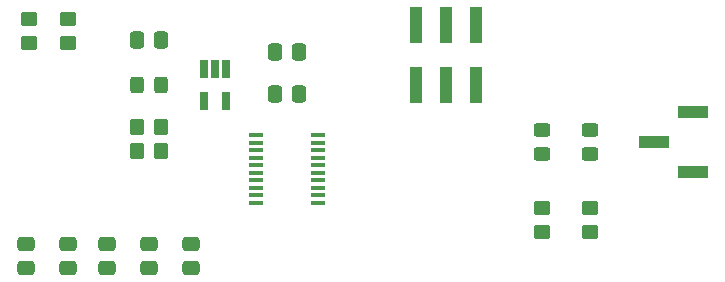
<source format=gtp>
G04 #@! TF.GenerationSoftware,KiCad,Pcbnew,6.0.6*
G04 #@! TF.CreationDate,2022-07-17T12:38:06-07:00*
G04 #@! TF.ProjectId,ultimate-uart-bridge,756c7469-6d61-4746-952d-756172742d62,rev?*
G04 #@! TF.SameCoordinates,Original*
G04 #@! TF.FileFunction,Paste,Top*
G04 #@! TF.FilePolarity,Positive*
%FSLAX46Y46*%
G04 Gerber Fmt 4.6, Leading zero omitted, Abs format (unit mm)*
G04 Created by KiCad (PCBNEW 6.0.6) date 2022-07-17 12:38:06*
%MOMM*%
%LPD*%
G01*
G04 APERTURE LIST*
G04 Aperture macros list*
%AMRoundRect*
0 Rectangle with rounded corners*
0 $1 Rounding radius*
0 $2 $3 $4 $5 $6 $7 $8 $9 X,Y pos of 4 corners*
0 Add a 4 corners polygon primitive as box body*
4,1,4,$2,$3,$4,$5,$6,$7,$8,$9,$2,$3,0*
0 Add four circle primitives for the rounded corners*
1,1,$1+$1,$2,$3*
1,1,$1+$1,$4,$5*
1,1,$1+$1,$6,$7*
1,1,$1+$1,$8,$9*
0 Add four rect primitives between the rounded corners*
20,1,$1+$1,$2,$3,$4,$5,0*
20,1,$1+$1,$4,$5,$6,$7,0*
20,1,$1+$1,$6,$7,$8,$9,0*
20,1,$1+$1,$8,$9,$2,$3,0*%
G04 Aperture macros list end*
%ADD10RoundRect,0.250000X-0.450000X0.350000X-0.450000X-0.350000X0.450000X-0.350000X0.450000X0.350000X0*%
%ADD11RoundRect,0.250000X-0.475000X0.337500X-0.475000X-0.337500X0.475000X-0.337500X0.475000X0.337500X0*%
%ADD12RoundRect,0.250000X0.325000X0.450000X-0.325000X0.450000X-0.325000X-0.450000X0.325000X-0.450000X0*%
%ADD13RoundRect,0.250000X-0.350000X-0.450000X0.350000X-0.450000X0.350000X0.450000X-0.350000X0.450000X0*%
%ADD14RoundRect,0.250000X-0.337500X-0.475000X0.337500X-0.475000X0.337500X0.475000X-0.337500X0.475000X0*%
%ADD15RoundRect,0.250000X0.337500X0.475000X-0.337500X0.475000X-0.337500X-0.475000X0.337500X-0.475000X0*%
%ADD16RoundRect,0.250000X0.450000X-0.325000X0.450000X0.325000X-0.450000X0.325000X-0.450000X-0.325000X0*%
%ADD17R,1.000000X3.150000*%
%ADD18R,0.650000X1.560000*%
%ADD19R,2.510000X1.000000*%
%ADD20RoundRect,0.250000X0.450000X-0.350000X0.450000X0.350000X-0.450000X0.350000X-0.450000X-0.350000X0*%
%ADD21R,1.200000X0.400000*%
G04 APERTURE END LIST*
D10*
X101854000Y-70374000D03*
X101854000Y-72374000D03*
D11*
X105156000Y-89365000D03*
X105156000Y-91440000D03*
X115570000Y-89386500D03*
X115570000Y-91461500D03*
D10*
X145288000Y-86376000D03*
X145288000Y-88376000D03*
D12*
X113039000Y-75946000D03*
X110989000Y-75946000D03*
D13*
X111014000Y-79502000D03*
X113014000Y-79502000D03*
D11*
X112014000Y-89386500D03*
X112014000Y-91461500D03*
D14*
X122660500Y-73152000D03*
X124735500Y-73152000D03*
D10*
X149352000Y-86376000D03*
X149352000Y-88376000D03*
D15*
X113051500Y-72136000D03*
X110976500Y-72136000D03*
D16*
X145288000Y-81797000D03*
X145288000Y-79747000D03*
D13*
X111014000Y-81534000D03*
X113014000Y-81534000D03*
D15*
X124735500Y-76708000D03*
X122660500Y-76708000D03*
D17*
X134620000Y-75931000D03*
X134620000Y-70881000D03*
X137160000Y-75931000D03*
X137160000Y-70881000D03*
X139700000Y-75931000D03*
X139700000Y-70881000D03*
D16*
X149352000Y-81797000D03*
X149352000Y-79747000D03*
D18*
X118552000Y-74596000D03*
X117602000Y-74596000D03*
X116652000Y-74596000D03*
X116652000Y-77296000D03*
X118552000Y-77296000D03*
D11*
X101600000Y-89365000D03*
X101600000Y-91440000D03*
D19*
X158119000Y-83312000D03*
X154809000Y-80772000D03*
X158119000Y-78232000D03*
D20*
X105156000Y-72374000D03*
X105156000Y-70374000D03*
D11*
X108458000Y-89365000D03*
X108458000Y-91440000D03*
D21*
X126298000Y-85915500D03*
X126298000Y-85280500D03*
X126298000Y-84645500D03*
X126298000Y-84010500D03*
X126298000Y-83375500D03*
X126298000Y-82740500D03*
X126298000Y-82105500D03*
X126298000Y-81470500D03*
X126298000Y-80835500D03*
X126298000Y-80200500D03*
X121098000Y-80200500D03*
X121098000Y-80835500D03*
X121098000Y-81470500D03*
X121098000Y-82105500D03*
X121098000Y-82740500D03*
X121098000Y-83375500D03*
X121098000Y-84010500D03*
X121098000Y-84645500D03*
X121098000Y-85280500D03*
X121098000Y-85915500D03*
M02*

</source>
